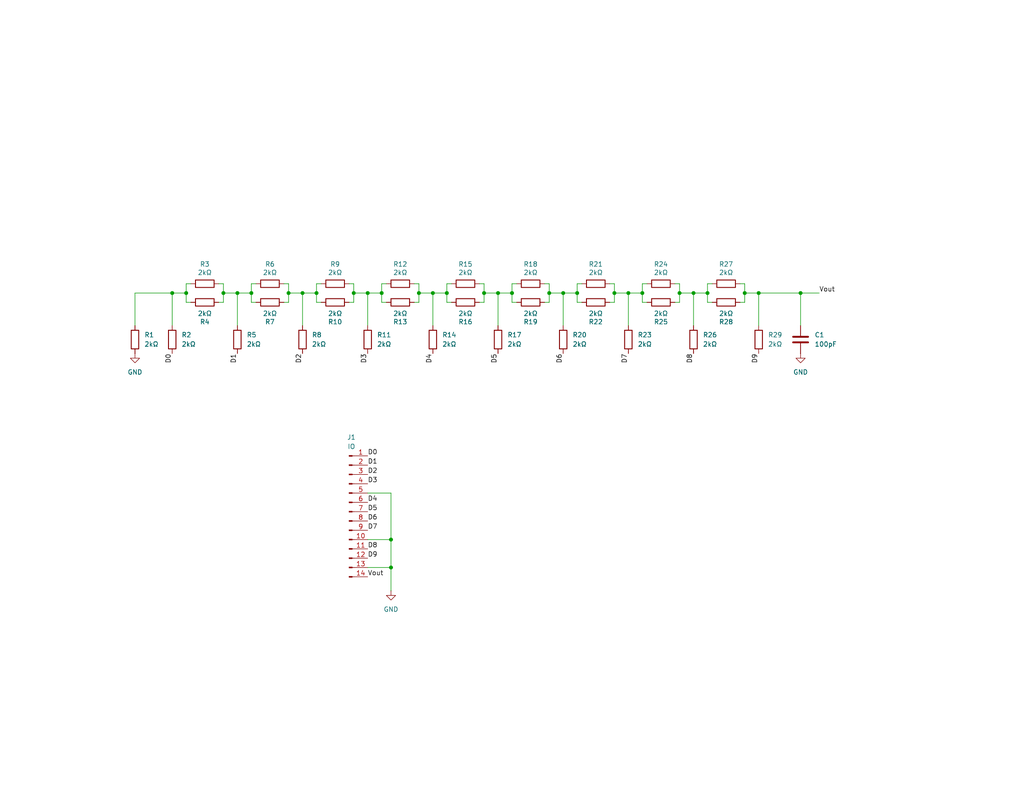
<source format=kicad_sch>
(kicad_sch (version 20231120) (generator "eeschema") (generator_version "8.0")
  (paper "USLetter")
  (title_block (title "R2R DAC") (date "2025-02-12") (company "Olin College of Engineering"))
  (lib_symbols
    (symbol "Connector:Conn_01x14_Pin" (pin_names (offset 1.016) hide)
      (property "Reference" "J" (at 0 17.78 0))
      (property "Value" "Conn_01x14_Pin" (at 0 -20.32 0))
      (symbol "Conn_01x14_Pin_1_1"
        (polyline (pts (xy 1.27 -17.78) (xy 0.8636 -17.78)) (stroke (width 0.1524)))
        (polyline (pts (xy 1.27 -15.24) (xy 0.8636 -15.24)) (stroke (width 0.1524)))
        (polyline (pts (xy 1.27 -12.7) (xy 0.8636 -12.7)) (stroke (width 0.1524)))
        (polyline (pts (xy 1.27 -10.16) (xy 0.8636 -10.16)) (stroke (width 0.1524)))
        (polyline (pts (xy 1.27 -7.62) (xy 0.8636 -7.62)) (stroke (width 0.1524)))
        (polyline (pts (xy 1.27 -5.08) (xy 0.8636 -5.08)) (stroke (width 0.1524)))
        (polyline (pts (xy 1.27 -2.54) (xy 0.8636 -2.54)) (stroke (width 0.1524)))
        (polyline (pts (xy 1.27 0) (xy 0.8636 0)) (stroke (width 0.1524)))
        (polyline (pts (xy 1.27 2.54) (xy 0.8636 2.54)) (stroke (width 0.1524)))
        (polyline (pts (xy 1.27 5.08) (xy 0.8636 5.08)) (stroke (width 0.1524)))
        (polyline (pts (xy 1.27 7.62) (xy 0.8636 7.62)) (stroke (width 0.1524)))
        (polyline (pts (xy 1.27 10.16) (xy 0.8636 10.16)) (stroke (width 0.1524)))
        (polyline (pts (xy 1.27 12.7) (xy 0.8636 12.7)) (stroke (width 0.1524)))
        (polyline (pts (xy 1.27 15.24) (xy 0.8636 15.24)) (stroke (width 0.1524)))
        (rectangle (start 0.8636 -17.653) (end 0 -17.907) (stroke (width 0.1524)) (fill (type outline)))
        (rectangle (start 0.8636 -15.113) (end 0 -15.367) (stroke (width 0.1524)) (fill (type outline)))
        (rectangle (start 0.8636 -12.573) (end 0 -12.827) (stroke (width 0.1524)) (fill (type outline)))
        (rectangle (start 0.8636 -10.033) (end 0 -10.287) (stroke (width 0.1524)) (fill (type outline)))
        (rectangle (start 0.8636 -7.493) (end 0 -7.747) (stroke (width 0.1524)) (fill (type outline)))
        (rectangle (start 0.8636 -4.953) (end 0 -5.207) (stroke (width 0.1524)) (fill (type outline)))
        (rectangle (start 0.8636 -2.413) (end 0 -2.667) (stroke (width 0.1524)) (fill (type outline)))
        (rectangle (start 0.8636 0.127) (end 0 -0.127) (stroke (width 0.1524)) (fill (type outline)))
        (rectangle (start 0.8636 2.667) (end 0 2.413) (stroke (width 0.1524)) (fill (type outline)))
        (rectangle (start 0.8636 5.207) (end 0 4.953) (stroke (width 0.1524)) (fill (type outline)))
        (rectangle (start 0.8636 7.747) (end 0 7.493) (stroke (width 0.1524)) (fill (type outline)))
        (rectangle (start 0.8636 10.287) (end 0 10.033) (stroke (width 0.1524)) (fill (type outline)))
        (rectangle (start 0.8636 12.827) (end 0 12.573) (stroke (width 0.1524)) (fill (type outline)))
        (rectangle (start 0.8636 15.367) (end 0 15.113) (stroke (width 0.1524)) (fill (type outline)))
        (pin passive line (at 5.08 15.24 180) (length 3.81) (name "Pin_1") (number "1"))
        (pin passive line (at 5.08 -7.62 180) (length 3.81) (name "Pin_10") (number "10"))
        (pin passive line (at 5.08 -10.16 180) (length 3.81) (name "Pin_11") (number "11"))
        (pin passive line (at 5.08 -12.7 180) (length 3.81) (name "Pin_12") (number "12"))
        (pin passive line (at 5.08 -15.24 180) (length 3.81) (name "Pin_13") (number "13"))
        (pin passive line (at 5.08 -17.78 180) (length 3.81) (name "Pin_14") (number "14"))
        (pin passive line (at 5.08 12.7 180) (length 3.81) (name "Pin_2") (number "2"))
        (pin passive line (at 5.08 10.16 180) (length 3.81) (name "Pin_3") (number "3"))
        (pin passive line (at 5.08 7.62 180) (length 3.81) (name "Pin_4") (number "4"))
        (pin passive line (at 5.08 5.08 180) (length 3.81) (name "Pin_5") (number "5"))
        (pin passive line (at 5.08 2.54 180) (length 3.81) (name "Pin_6") (number "6"))
        (pin passive line (at 5.08 0 180) (length 3.81) (name "Pin_7") (number "7"))
        (pin passive line (at 5.08 -2.54 180) (length 3.81) (name "Pin_8") (number "8"))
        (pin passive line (at 5.08 -5.08 180) (length 3.81) (name "Pin_9") (number "9"))
      )
    )
    (symbol "Device:C" (pin_numbers hide) (pin_names (offset 0.254))
      (property "Reference" "C" (at 0.635 2.54 0))
      (property "Value" "C" (at 0.635 -2.54 0))
      (symbol "C_0_1"
        (polyline (pts (xy -2.032 -0.762) (xy 2.032 -0.762)) (stroke (width 0.508)))
        (polyline (pts (xy -2.032 0.762) (xy 2.032 0.762)) (stroke (width 0.508)))
      )
      (symbol "C_1_1"
        (pin passive line (at 0 3.81 270) (length 2.794) (name "~") (number "1"))
        (pin passive line (at 0 -3.81 90) (length 2.794) (name "~") (number "2"))
      )
    )
    (symbol "Device:R" (pin_numbers hide) (pin_names (offset 0))
      (property "Reference" "R" (at 2.032 0 90))
      (property "Value" "R" (at 0 0 90))
      (symbol "R_0_1"
        (rectangle (start -1.016 -2.54) (end 1.016 2.54) (stroke (width 0.254)))
      )
      (symbol "R_1_1"
        (pin passive line (at 0 3.81 270) (length 1.27) (name "~") (number "1"))
        (pin passive line (at 0 -3.81 90) (length 1.27) (name "~") (number "2"))
      )
    )
    (symbol "power:GND" (power) (pin_numbers hide) (pin_names (offset 0) hide)
      (property "Value" "GND" (at 0 -3.81 0))
      (symbol "GND_0_1"
        (polyline (pts (xy 0 0) (xy 0 -1.27) (xy 1.27 -1.27) (xy 0 -2.54) (xy -1.27 -1.27) (xy 0 -1.27)))
      )
      (symbol "GND_1_1"
        (pin power_in line (at 0 0 270) (length 0) (name "~") (number "1"))
      )
    )
  )
  (junction (at 64.77 80.01))
  (junction (at 203.2 80.01))
  (junction (at 171.45 80.01))
  (junction (at 118.11 80.01))
  (junction (at 68.58 80.01))
  (junction (at 135.89 80.01))
  (junction (at 121.92 80.01))
  (junction (at 218.44 80.01))
  (junction (at 185.42 80.01))
  (junction (at 139.7 80.01))
  (junction (at 153.67 80.01))
  (junction (at 46.99 80.01))
  (junction (at 207.01 80.01))
  (junction (at 149.86 80.01))
  (junction (at 114.3 80.01))
  (junction (at 104.14 80.01))
  (junction (at 167.64 80.01))
  (junction (at 189.23 80.01))
  (junction (at 96.52 80.01))
  (junction (at 132.08 80.01))
  (junction (at 106.68 147.32))
  (junction (at 86.36 80.01))
  (junction (at 100.33 80.01))
  (junction (at 60.96 80.01))
  (junction (at 106.68 154.94))
  (junction (at 50.8 80.01))
  (junction (at 193.04 80.01))
  (junction (at 82.55 80.01))
  (junction (at 78.74 80.01))
  (junction (at 157.48 80.01))
  (junction (at 175.26 80.01))
  (wire (pts (xy 166.37 82.55) (xy 167.64 82.55)))
  (wire (pts (xy 218.44 80.01) (xy 207.01 80.01)))
  (wire (pts (xy 60.96 80.01) (xy 60.96 77.47)))
  (wire (pts (xy 82.55 80.01) (xy 82.55 88.9)))
  (wire (pts (xy 189.23 80.01) (xy 189.23 88.9)))
  (wire (pts (xy 139.7 80.01) (xy 139.7 82.55)))
  (wire (pts (xy 184.15 77.47) (xy 185.42 77.47)))
  (wire (pts (xy 36.83 80.01) (xy 46.99 80.01)))
  (wire (pts (xy 175.26 77.47) (xy 175.26 80.01)))
  (wire (pts (xy 207.01 80.01) (xy 207.01 88.9)))
  (wire (pts (xy 104.14 80.01) (xy 104.14 82.55)))
  (wire (pts (xy 100.33 154.94) (xy 106.68 154.94)))
  (wire (pts (xy 158.75 77.47) (xy 157.48 77.47)))
  (wire (pts (xy 193.04 82.55) (xy 194.31 82.55)))
  (wire (pts (xy 123.19 77.47) (xy 121.92 77.47)))
  (wire (pts (xy 50.8 77.47) (xy 50.8 80.01)))
  (wire (pts (xy 157.48 80.01) (xy 157.48 82.55)))
  (wire (pts (xy 185.42 80.01) (xy 185.42 77.47)))
  (wire (pts (xy 132.08 80.01) (xy 132.08 77.47)))
  (wire (pts (xy 201.93 82.55) (xy 203.2 82.55)))
  (wire (pts (xy 218.44 80.01) (xy 218.44 88.9)))
  (wire (pts (xy 132.08 82.55) (xy 132.08 80.01)))
  (wire (pts (xy 121.92 77.47) (xy 121.92 80.01)))
  (wire (pts (xy 153.67 80.01) (xy 149.86 80.01)))
  (wire (pts (xy 82.55 80.01) (xy 86.36 80.01)))
  (wire (pts (xy 193.04 77.47) (xy 193.04 80.01)))
  (wire (pts (xy 59.69 82.55) (xy 60.96 82.55)))
  (wire (pts (xy 189.23 80.01) (xy 193.04 80.01)))
  (wire (pts (xy 104.14 77.47) (xy 104.14 80.01)))
  (wire (pts (xy 184.15 82.55) (xy 185.42 82.55)))
  (wire (pts (xy 153.67 80.01) (xy 157.48 80.01)))
  (wire (pts (xy 114.3 82.55) (xy 114.3 80.01)))
  (wire (pts (xy 114.3 80.01) (xy 114.3 77.47)))
  (wire (pts (xy 86.36 82.55) (xy 87.63 82.55)))
  (wire (pts (xy 139.7 82.55) (xy 140.97 82.55)))
  (wire (pts (xy 193.04 80.01) (xy 193.04 82.55)))
  (wire (pts (xy 167.64 80.01) (xy 167.64 77.47)))
  (wire (pts (xy 100.33 134.62) (xy 106.68 134.62)))
  (wire (pts (xy 104.14 82.55) (xy 105.41 82.55)))
  (wire (pts (xy 36.83 88.9) (xy 36.83 80.01)))
  (wire (pts (xy 175.26 82.55) (xy 176.53 82.55)))
  (wire (pts (xy 50.8 80.01) (xy 50.8 82.55)))
  (wire (pts (xy 171.45 80.01) (xy 175.26 80.01)))
  (wire (pts (xy 96.52 80.01) (xy 100.33 80.01)))
  (wire (pts (xy 185.42 80.01) (xy 189.23 80.01)))
  (wire (pts (xy 64.77 88.9) (xy 64.77 80.01)))
  (wire (pts (xy 106.68 134.62) (xy 106.68 147.32)))
  (wire (pts (xy 105.41 77.47) (xy 104.14 77.47)))
  (wire (pts (xy 95.25 77.47) (xy 96.52 77.47)))
  (wire (pts (xy 223.52 80.01) (xy 218.44 80.01)))
  (wire (pts (xy 135.89 80.01) (xy 132.08 80.01)))
  (wire (pts (xy 68.58 77.47) (xy 68.58 80.01)))
  (wire (pts (xy 78.74 80.01) (xy 82.55 80.01)))
  (wire (pts (xy 87.63 77.47) (xy 86.36 77.47)))
  (wire (pts (xy 68.58 82.55) (xy 69.85 82.55)))
  (wire (pts (xy 149.86 82.55) (xy 149.86 80.01)))
  (wire (pts (xy 167.64 80.01) (xy 171.45 80.01)))
  (wire (pts (xy 121.92 80.01) (xy 121.92 82.55)))
  (wire (pts (xy 135.89 80.01) (xy 139.7 80.01)))
  (wire (pts (xy 60.96 82.55) (xy 60.96 80.01)))
  (wire (pts (xy 118.11 88.9) (xy 118.11 80.01)))
  (wire (pts (xy 130.81 77.47) (xy 132.08 77.47)))
  (wire (pts (xy 59.69 77.47) (xy 60.96 77.47)))
  (wire (pts (xy 50.8 82.55) (xy 52.07 82.55)))
  (wire (pts (xy 113.03 82.55) (xy 114.3 82.55)))
  (wire (pts (xy 139.7 77.47) (xy 139.7 80.01)))
  (wire (pts (xy 106.68 147.32) (xy 106.68 154.94)))
  (wire (pts (xy 176.53 77.47) (xy 175.26 77.47)))
  (wire (pts (xy 69.85 77.47) (xy 68.58 77.47)))
  (wire (pts (xy 157.48 77.47) (xy 157.48 80.01)))
  (wire (pts (xy 166.37 77.47) (xy 167.64 77.47)))
  (wire (pts (xy 153.67 88.9) (xy 153.67 80.01)))
  (wire (pts (xy 157.48 82.55) (xy 158.75 82.55)))
  (wire (pts (xy 171.45 80.01) (xy 171.45 88.9)))
  (wire (pts (xy 78.74 82.55) (xy 78.74 80.01)))
  (wire (pts (xy 86.36 77.47) (xy 86.36 80.01)))
  (wire (pts (xy 113.03 77.47) (xy 114.3 77.47)))
  (wire (pts (xy 148.59 82.55) (xy 149.86 82.55)))
  (wire (pts (xy 95.25 82.55) (xy 96.52 82.55)))
  (wire (pts (xy 130.81 82.55) (xy 132.08 82.55)))
  (wire (pts (xy 149.86 80.01) (xy 149.86 77.47)))
  (wire (pts (xy 118.11 80.01) (xy 121.92 80.01)))
  (wire (pts (xy 52.07 77.47) (xy 50.8 77.47)))
  (wire (pts (xy 64.77 80.01) (xy 68.58 80.01)))
  (wire (pts (xy 77.47 82.55) (xy 78.74 82.55)))
  (wire (pts (xy 118.11 80.01) (xy 114.3 80.01)))
  (wire (pts (xy 167.64 82.55) (xy 167.64 80.01)))
  (wire (pts (xy 175.26 80.01) (xy 175.26 82.55)))
  (wire (pts (xy 100.33 80.01) (xy 100.33 88.9)))
  (wire (pts (xy 121.92 82.55) (xy 123.19 82.55)))
  (wire (pts (xy 86.36 80.01) (xy 86.36 82.55)))
  (wire (pts (xy 96.52 80.01) (xy 96.52 77.47)))
  (wire (pts (xy 68.58 80.01) (xy 68.58 82.55)))
  (wire (pts (xy 77.47 77.47) (xy 78.74 77.47)))
  (wire (pts (xy 96.52 82.55) (xy 96.52 80.01)))
  (wire (pts (xy 148.59 77.47) (xy 149.86 77.47)))
  (wire (pts (xy 46.99 80.01) (xy 50.8 80.01)))
  (wire (pts (xy 78.74 80.01) (xy 78.74 77.47)))
  (wire (pts (xy 203.2 82.55) (xy 203.2 80.01)))
  (wire (pts (xy 106.68 154.94) (xy 106.68 161.29)))
  (wire (pts (xy 203.2 80.01) (xy 203.2 77.47)))
  (wire (pts (xy 185.42 82.55) (xy 185.42 80.01)))
  (wire (pts (xy 64.77 80.01) (xy 60.96 80.01)))
  (wire (pts (xy 100.33 147.32) (xy 106.68 147.32)))
  (wire (pts (xy 194.31 77.47) (xy 193.04 77.47)))
  (wire (pts (xy 46.99 88.9) (xy 46.99 80.01)))
  (wire (pts (xy 201.93 77.47) (xy 203.2 77.47)))
  (wire (pts (xy 100.33 80.01) (xy 104.14 80.01)))
  (wire (pts (xy 140.97 77.47) (xy 139.7 77.47)))
  (wire (pts (xy 203.2 80.01) (xy 207.01 80.01)))
  (wire (pts (xy 135.89 88.9) (xy 135.89 80.01)))
  (label "D6" (at 153.67 96.52 270))
  (label "D4" (at 100.33 137.16 0))
  (label "D6" (at 100.33 142.24 0))
  (label "Vout" (at 100.33 157.48 0))
  (label "D3" (at 100.33 96.52 270))
  (label "D7" (at 171.45 96.52 270))
  (label "D4" (at 118.11 96.52 270))
  (label "D2" (at 82.55 96.52 270))
  (label "D9" (at 100.33 152.4 0))
  (label "D5" (at 100.33 139.7 0))
  (label "D0" (at 46.99 96.52 270))
  (label "D2" (at 100.33 129.54 0))
  (label "D5" (at 135.89 96.52 270))
  (label "D8" (at 100.33 149.86 0))
  (label "D1" (at 64.77 96.52 270))
  (label "Vout" (at 223.52 80.01 0))
  (label "D3" (at 100.33 132.08 0))
  (label "D1" (at 100.33 127 0))
  (label "D0" (at 100.33 124.46 0))
  (label "D8" (at 189.23 96.52 270))
  (label "D9" (at 207.01 96.52 270))
  (label "D7" (at 100.33 144.78 0))
  (symbol (lib_id "Device:R") (at 198.12 77.47 90) (unit 1)
    (property "Reference" "R27" (at 198.12 72.136 90))
    (property "Value" "2kΩ" (at 198.12 74.422 90))
    (property "Footprint" "Resistor_SMD:R_0603_1608Metric" (effects (hide yes)))
    (property "Description" "Resistor" (effects (hide yes)))
  )
  (symbol (lib_id "Device:R") (at 171.45 92.71 0) (unit 1)
    (property "Reference" "R23" (at 173.99 91.4399 0) (effects (justify left)))
    (property "Value" "2kΩ" (at 173.99 93.9799 0) (effects (justify left)))
    (property "Footprint" "Resistor_SMD:R_0603_1608Metric" (effects (hide yes)))
    (property "Description" "Resistor" (effects (hide yes)))
  )
  (symbol (lib_id "Device:R") (at 109.22 82.55 90) (unit 1)
    (property "Reference" "R13" (at 109.22 87.884 90))
    (property "Value" "2kΩ" (at 109.22 85.598 90))
    (property "Footprint" "Resistor_SMD:R_0603_1608Metric" (effects (hide yes)))
    (property "Description" "Resistor" (effects (hide yes)))
  )
  (symbol (lib_id "Device:R") (at 109.22 77.47 90) (unit 1)
    (property "Reference" "R12" (at 109.22 72.136 90))
    (property "Value" "2kΩ" (at 109.22 74.422 90))
    (property "Footprint" "Resistor_SMD:R_0603_1608Metric" (effects (hide yes)))
    (property "Description" "Resistor" (effects (hide yes)))
  )
  (symbol (lib_id "Device:R") (at 162.56 77.47 90) (unit 1)
    (property "Reference" "R21" (at 162.56 72.136 90))
    (property "Value" "2kΩ" (at 162.56 74.422 90))
    (property "Footprint" "Resistor_SMD:R_0603_1608Metric" (effects (hide yes)))
    (property "Description" "Resistor" (effects (hide yes)))
  )
  (symbol (lib_id "Device:R") (at 46.99 92.71 0) (unit 1)
    (property "Reference" "R2" (at 49.53 91.4399 0) (effects (justify left)))
    (property "Value" "2kΩ" (at 49.53 93.9799 0) (effects (justify left)))
    (property "Footprint" "Resistor_SMD:R_0603_1608Metric" (effects (hide yes)))
    (property "Description" "Resistor" (effects (hide yes)))
  )
  (symbol (lib_id "Device:R") (at 127 77.47 90) (unit 1)
    (property "Reference" "R15" (at 127 72.136 90))
    (property "Value" "2kΩ" (at 127 74.422 90))
    (property "Footprint" "Resistor_SMD:R_0603_1608Metric" (effects (hide yes)))
    (property "Description" "Resistor" (effects (hide yes)))
  )
  (symbol (lib_id "Device:R") (at 118.11 92.71 0) (unit 1)
    (property "Reference" "R14" (at 120.65 91.4399 0) (effects (justify left)))
    (property "Value" "2kΩ" (at 120.65 93.9799 0) (effects (justify left)))
    (property "Footprint" "Resistor_SMD:R_0603_1608Metric" (effects (hide yes)))
    (property "Description" "Resistor" (effects (hide yes)))
  )
  (symbol (lib_id "Device:R") (at 162.56 82.55 90) (unit 1)
    (property "Reference" "R22" (at 162.56 87.884 90))
    (property "Value" "2kΩ" (at 162.56 85.598 90))
    (property "Footprint" "Resistor_SMD:R_0603_1608Metric" (effects (hide yes)))
    (property "Description" "Resistor" (effects (hide yes)))
  )
  (symbol (lib_id "Device:R") (at 144.78 82.55 90) (unit 1)
    (property "Reference" "R19" (at 144.78 87.884 90))
    (property "Value" "2kΩ" (at 144.78 85.598 90))
    (property "Footprint" "Resistor_SMD:R_0603_1608Metric" (effects (hide yes)))
    (property "Description" "Resistor" (effects (hide yes)))
  )
  (symbol (lib_id "power:GND") (at 218.44 96.52 0) (unit 1)
    (property "Reference" "#PWR03" (effects (hide yes)))
    (property "Value" "GND" (at 218.44 101.6 0))
    (property "Description" "Power symbol creates a global label with name \"GND\" , ground" (effects (hide yes)))
  )
  (symbol (lib_id "power:GND") (at 106.68 161.29 0) (unit 1)
    (property "Reference" "#PWR02" (effects (hide yes)))
    (property "Value" "GND" (at 106.68 166.37 0))
    (property "Description" "Power symbol creates a global label with name \"GND\" , ground" (effects (hide yes)))
  )
  (symbol (lib_id "Device:R") (at 189.23 92.71 0) (unit 1)
    (property "Reference" "R26" (at 191.77 91.4399 0) (effects (justify left)))
    (property "Value" "2kΩ" (at 191.77 93.9799 0) (effects (justify left)))
    (property "Footprint" "Resistor_SMD:R_0603_1608Metric" (effects (hide yes)))
    (property "Description" "Resistor" (effects (hide yes)))
  )
  (symbol (lib_id "Device:R") (at 153.67 92.71 0) (unit 1)
    (property "Reference" "R20" (at 156.21 91.4399 0) (effects (justify left)))
    (property "Value" "2kΩ" (at 156.21 93.9799 0) (effects (justify left)))
    (property "Footprint" "Resistor_SMD:R_0603_1608Metric" (effects (hide yes)))
    (property "Description" "Resistor" (effects (hide yes)))
  )
  (symbol (lib_id "Device:R") (at 64.77 92.71 0) (unit 1)
    (property "Reference" "R5" (at 67.31 91.4399 0) (effects (justify left)))
    (property "Value" "2kΩ" (at 67.31 93.9799 0) (effects (justify left)))
    (property "Footprint" "Resistor_SMD:R_0603_1608Metric" (effects (hide yes)))
    (property "Description" "Resistor" (effects (hide yes)))
  )
  (symbol (lib_id "Device:R") (at 73.66 82.55 90) (unit 1)
    (property "Reference" "R7" (at 73.66 87.884 90))
    (property "Value" "2kΩ" (at 73.66 85.598 90))
    (property "Footprint" "Resistor_SMD:R_0603_1608Metric" (effects (hide yes)))
    (property "Description" "Resistor" (effects (hide yes)))
  )
  (symbol (lib_id "Device:R") (at 135.89 92.71 0) (unit 1)
    (property "Reference" "R17" (at 138.43 91.4399 0) (effects (justify left)))
    (property "Value" "2kΩ" (at 138.43 93.9799 0) (effects (justify left)))
    (property "Footprint" "Resistor_SMD:R_0603_1608Metric" (effects (hide yes)))
    (property "Description" "Resistor" (effects (hide yes)))
  )
  (symbol (lib_id "Device:R") (at 36.83 92.71 0) (unit 1)
    (property "Reference" "R1" (at 39.37 91.4399 0) (effects (justify left)))
    (property "Value" "2kΩ" (at 39.37 93.9799 0) (effects (justify left)))
    (property "Footprint" "Resistor_SMD:R_0603_1608Metric" (effects (hide yes)))
    (property "Description" "Resistor" (effects (hide yes)))
  )
  (symbol (lib_id "Device:R") (at 198.12 82.55 90) (unit 1)
    (property "Reference" "R28" (at 198.12 87.884 90))
    (property "Value" "2kΩ" (at 198.12 85.598 90))
    (property "Footprint" "Resistor_SMD:R_0603_1608Metric" (effects (hide yes)))
    (property "Description" "Resistor" (effects (hide yes)))
  )
  (symbol (lib_id "Device:R") (at 180.34 82.55 90) (unit 1)
    (property "Reference" "R25" (at 180.34 87.884 90))
    (property "Value" "2kΩ" (at 180.34 85.598 90))
    (property "Footprint" "Resistor_SMD:R_0603_1608Metric" (effects (hide yes)))
    (property "Description" "Resistor" (effects (hide yes)))
  )
  (symbol (lib_id "Device:R") (at 55.88 82.55 90) (unit 1)
    (property "Reference" "R4" (at 55.88 87.884 90))
    (property "Value" "2kΩ" (at 55.88 85.598 90))
    (property "Footprint" "Resistor_SMD:R_0603_1608Metric" (effects (hide yes)))
    (property "Description" "Resistor" (effects (hide yes)))
  )
  (symbol (lib_id "Connector:Conn_01x14_Pin") (at 95.25 139.7 0) (unit 1)
    (property "Reference" "J1" (at 95.885 119.38 0))
    (property "Value" "IO" (at 95.885 121.92 0))
    (property "Footprint" "Connector_PinHeader_2.54mm:PinHeader_1x14_P2.54mm_Vertical" (effects (hide yes)))
    (property "Description" "Generic connector, single row, 01x14, script generated" (effects (hide yes)))
  )
  (symbol (lib_id "Device:R") (at 55.88 77.47 90) (unit 1)
    (property "Reference" "R3" (at 55.88 72.136 90))
    (property "Value" "2kΩ" (at 55.88 74.422 90))
    (property "Footprint" "Resistor_SMD:R_0603_1608Metric" (effects (hide yes)))
    (property "Description" "Resistor" (effects (hide yes)))
  )
  (symbol (lib_id "Device:R") (at 127 82.55 90) (unit 1)
    (property "Reference" "R16" (at 127 87.884 90))
    (property "Value" "2kΩ" (at 127 85.598 90))
    (property "Footprint" "Resistor_SMD:R_0603_1608Metric" (effects (hide yes)))
    (property "Description" "Resistor" (effects (hide yes)))
  )
  (symbol (lib_id "Device:C") (at 218.44 92.71 0) (unit 1)
    (property "Reference" "C1" (at 222.25 91.4399 0) (effects (justify left)))
    (property "Value" "100pF" (at 222.25 93.9799 0) (effects (justify left)))
    (property "Footprint" "Capacitor_SMD:C_0603_1608Metric" (effects (hide yes)))
    (property "Description" "Unpolarized capacitor" (effects (hide yes)))
  )
  (symbol (lib_id "Device:R") (at 91.44 82.55 90) (unit 1)
    (property "Reference" "R10" (at 91.44 87.884 90))
    (property "Value" "2kΩ" (at 91.44 85.598 90))
    (property "Footprint" "Resistor_SMD:R_0603_1608Metric" (effects (hide yes)))
    (property "Description" "Resistor" (effects (hide yes)))
  )
  (symbol (lib_id "Device:R") (at 100.33 92.71 0) (unit 1)
    (property "Reference" "R11" (at 102.87 91.4399 0) (effects (justify left)))
    (property "Value" "2kΩ" (at 102.87 93.9799 0) (effects (justify left)))
    (property "Footprint" "Resistor_SMD:R_0603_1608Metric" (effects (hide yes)))
    (property "Description" "Resistor" (effects (hide yes)))
  )
  (symbol (lib_id "Device:R") (at 82.55 92.71 0) (unit 1)
    (property "Reference" "R8" (at 85.09 91.4399 0) (effects (justify left)))
    (property "Value" "2kΩ" (at 85.09 93.9799 0) (effects (justify left)))
    (property "Footprint" "Resistor_SMD:R_0603_1608Metric" (effects (hide yes)))
    (property "Description" "Resistor" (effects (hide yes)))
  )
  (symbol (lib_id "power:GND") (at 36.83 96.52 0) (unit 1)
    (property "Reference" "#PWR01" (effects (hide yes)))
    (property "Value" "GND" (at 36.83 101.6 0))
    (property "Description" "Power symbol creates a global label with name \"GND\" , ground" (effects (hide yes)))
  )
  (symbol (lib_id "Device:R") (at 180.34 77.47 90) (unit 1)
    (property "Reference" "R24" (at 180.34 72.136 90))
    (property "Value" "2kΩ" (at 180.34 74.422 90))
    (property "Footprint" "Resistor_SMD:R_0603_1608Metric" (effects (hide yes)))
    (property "Description" "Resistor" (effects (hide yes)))
  )
  (symbol (lib_id "Device:R") (at 207.01 92.71 0) (unit 1)
    (property "Reference" "R29" (at 209.55 91.4399 0) (effects (justify left)))
    (property "Value" "2kΩ" (at 209.55 93.9799 0) (effects (justify left)))
    (property "Footprint" "Resistor_SMD:R_0603_1608Metric" (effects (hide yes)))
    (property "Description" "Resistor" (effects (hide yes)))
  )
  (symbol (lib_id "Device:R") (at 144.78 77.47 90) (unit 1)
    (property "Reference" "R18" (at 144.78 72.136 90))
    (property "Value" "2kΩ" (at 144.78 74.422 90))
    (property "Footprint" "Resistor_SMD:R_0603_1608Metric" (effects (hide yes)))
    (property "Description" "Resistor" (effects (hide yes)))
  )
  (symbol (lib_id "Device:R") (at 91.44 77.47 90) (unit 1)
    (property "Reference" "R9" (at 91.44 72.136 90))
    (property "Value" "2kΩ" (at 91.44 74.422 90))
    (property "Footprint" "Resistor_SMD:R_0603_1608Metric" (effects (hide yes)))
    (property "Description" "Resistor" (effects (hide yes)))
  )
  (symbol (lib_id "Device:R") (at 73.66 77.47 90) (unit 1)
    (property "Reference" "R6" (at 73.66 72.136 90))
    (property "Value" "2kΩ" (at 73.66 74.422 90))
    (property "Footprint" "Resistor_SMD:R_0603_1608Metric" (effects (hide yes)))
    (property "Description" "Resistor" (effects (hide yes)))
  )
)
</source>
